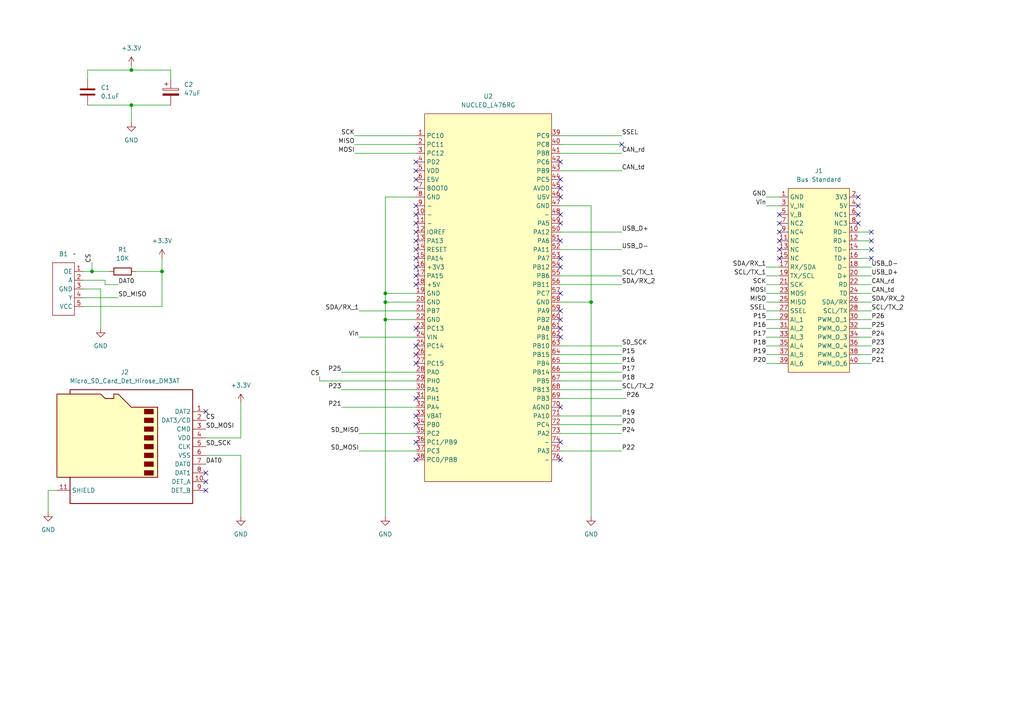
<source format=kicad_sch>
(kicad_sch (version 20230121) (generator eeschema)
  (paper "A4")
  (lib_symbols
    (symbol "Connector:Micro_SD_Card_Det_Hirose_DM3AT"
      (property "Reference" "J" (at -16.51 17.78 0))
      (property "Value" "Micro_SD_Card_Det_Hirose_DM3AT" (at 16.51 17.78 0))
      (symbol "Micro_SD_Card_Det_Hirose_DM3AT_0_1"
        (rectangle (start -7.62 -6.985) (end -5.08 -8.255) (stroke (width 0.254)) (fill (type outline)))
        (rectangle (start -7.62 -4.445) (end -5.08 -5.715) (stroke (width 0.254)) (fill (type outline)))
        (rectangle (start -7.62 -1.905) (end -5.08 -3.175) (stroke (width 0.254)) (fill (type outline)))
        (rectangle (start -7.62 0.635) (end -5.08 -0.635) (stroke (width 0.254)) (fill (type outline)))
        (rectangle (start -7.62 3.175) (end -5.08 1.905) (stroke (width 0.254)) (fill (type outline)))
        (rectangle (start -7.62 5.715) (end -5.08 4.445) (stroke (width 0.254)) (fill (type outline)))
        (rectangle (start -7.62 8.255) (end -5.08 6.985) (stroke (width 0.254)) (fill (type outline)))
        (rectangle (start -7.62 10.795) (end -5.08 9.525) (stroke (width 0.254)) (fill (type outline)))
        (polyline (pts (xy 16.51 15.24) (xy 16.51 16.51) (xy -19.05 16.51) (xy -19.05 -16.51) (xy 16.51 -16.51) (xy 16.51 -8.89)) (stroke (width 0.254)))
        (polyline (pts (xy -8.89 -8.89) (xy -8.89 11.43) (xy -1.27 11.43) (xy 2.54 15.24) (xy 3.81 15.24) (xy 3.81 13.97) (xy 6.35 13.97) (xy 7.62 15.24) (xy 20.32 15.24) (xy 20.32 -8.89) (xy -8.89 -8.89)) (stroke (width 0.254)) (fill (type background)))
      )
      (symbol "Micro_SD_Card_Det_Hirose_DM3AT_1_1"
        (pin bidirectional line (at -22.86 10.16 0) (length 3.81) (name "DAT2") (number "1"))
        (pin passive line (at -22.86 -10.16 0) (length 3.81) (name "DET_A") (number "10"))
        (pin passive line (at 20.32 -12.7 180) (length 3.81) (name "SHIELD") (number "11"))
        (pin bidirectional line (at -22.86 7.62 0) (length 3.81) (name "DAT3/CD") (number "2"))
        (pin input line (at -22.86 5.08 0) (length 3.81) (name "CMD") (number "3"))
        (pin power_in line (at -22.86 2.54 0) (length 3.81) (name "VDD") (number "4"))
        (pin input line (at -22.86 0 0) (length 3.81) (name "CLK") (number "5"))
        (pin power_in line (at -22.86 -2.54 0) (length 3.81) (name "VSS") (number "6"))
        (pin bidirectional line (at -22.86 -5.08 0) (length 3.81) (name "DAT0") (number "7"))
        (pin bidirectional line (at -22.86 -7.62 0) (length 3.81) (name "DAT1") (number "8"))
        (pin passive line (at -22.86 -12.7 0) (length 3.81) (name "DET_B") (number "9"))
      )
    )
    (symbol "Corecell_Intercon_Board:Flatsat_conn"
      (property "Reference" "J2" (at 8.89 7.62 0))
      (property "Value" "Bus Standard" (at 8.89 5.08 0))
      (symbol "Flatsat_conn_0_0"
        (pin unspecified line (at -2.54 0 0) (length 2.54) (name "GND") (number "1"))
        (pin unspecified line (at 20.32 -10.16 180) (length 2.54) (name "RD-") (number "10"))
        (pin unspecified line (at -2.54 -12.7 0) (length 2.54) (name "NC") (number "11"))
        (pin unspecified line (at 20.32 -12.7 180) (length 2.54) (name "RD+") (number "12"))
        (pin unspecified line (at -2.54 -15.24 0) (length 2.54) (name "NC") (number "13"))
        (pin unspecified line (at 20.32 -15.24 180) (length 2.54) (name "TD-") (number "14"))
        (pin unspecified line (at -2.54 -17.78 0) (length 2.54) (name "NC") (number "15"))
        (pin unspecified line (at 20.32 -17.78 180) (length 2.54) (name "TD+") (number "16"))
        (pin unspecified line (at -2.54 -20.32 0) (length 2.54) (name "RX/SDA") (number "17"))
        (pin unspecified line (at 20.32 -20.32 180) (length 2.54) (name "D-") (number "18"))
        (pin unspecified line (at -2.54 -22.86 0) (length 2.54) (name "TX/SCL") (number "19"))
        (pin unspecified line (at 20.32 0 180) (length 2.54) (name "3V3") (number "2"))
        (pin unspecified line (at 20.32 -22.86 180) (length 2.54) (name "D+") (number "20"))
        (pin unspecified line (at -2.54 -25.4 0) (length 2.54) (name "SCK") (number "21"))
        (pin unspecified line (at 20.32 -25.4 180) (length 2.54) (name "RD") (number "22"))
        (pin unspecified line (at -2.54 -27.94 0) (length 2.54) (name "MOSI") (number "23"))
        (pin unspecified line (at 20.32 -27.94 180) (length 2.54) (name "TD") (number "24"))
        (pin unspecified line (at -2.54 -30.48 0) (length 2.54) (name "MISO") (number "25"))
        (pin unspecified line (at 20.32 -30.48 180) (length 2.54) (name "SDA/RX") (number "26"))
        (pin unspecified line (at -2.54 -33.02 0) (length 2.54) (name "SSEL") (number "27"))
        (pin unspecified line (at 20.32 -33.02 180) (length 2.54) (name "SCL/TX") (number "28"))
        (pin unspecified line (at -2.54 -35.56 0) (length 2.54) (name "AI_1") (number "29"))
        (pin unspecified line (at -2.54 -2.54 0) (length 2.54) (name "V_IN") (number "3"))
        (pin unspecified line (at 20.32 -35.56 180) (length 2.54) (name "PWM_O_1") (number "30"))
        (pin unspecified line (at -2.54 -38.1 0) (length 2.54) (name "AI_2") (number "31"))
        (pin unspecified line (at 20.32 -38.1 180) (length 2.54) (name "PWM_O_2") (number "32"))
        (pin unspecified line (at -2.54 -40.64 0) (length 2.54) (name "AI_3") (number "33"))
        (pin unspecified line (at 20.32 -40.64 180) (length 2.54) (name "PWM_O_3") (number "34"))
        (pin unspecified line (at -2.54 -43.18 0) (length 2.54) (name "AI_4") (number "35"))
        (pin unspecified line (at 20.32 -43.18 180) (length 2.54) (name "PWM_O_4") (number "36"))
        (pin unspecified line (at -2.54 -45.72 0) (length 2.54) (name "AI_5") (number "37"))
        (pin unspecified line (at 20.32 -45.72 180) (length 2.54) (name "PWM_O_5") (number "38"))
        (pin unspecified line (at -2.54 -48.26 0) (length 2.54) (name "AI_6") (number "39"))
        (pin unspecified line (at 20.32 -2.54 180) (length 2.54) (name "5V") (number "4"))
        (pin unspecified line (at 20.32 -48.26 180) (length 2.54) (name "PWM_O_6") (number "40"))
        (pin unspecified line (at -2.54 -5.08 0) (length 2.54) (name "V_B") (number "5"))
        (pin unspecified line (at 20.32 -5.08 180) (length 2.54) (name "NC1") (number "6"))
        (pin unspecified line (at -2.54 -7.62 0) (length 2.54) (name "NC2") (number "7"))
        (pin unspecified line (at 20.32 -7.62 180) (length 2.54) (name "NC3") (number "8"))
        (pin unspecified line (at -2.54 -10.16 0) (length 2.54) (name "NC4") (number "9"))
      )
      (symbol "Flatsat_conn_0_1"
        (rectangle (start 0 2.54) (end 17.78 -50.8) (fill (type background)))
      )
    )
    (symbol "Device:C" (pin_numbers hide) (pin_names (offset 0.254))
      (property "Reference" "C" (at 0.635 2.54 0))
      (property "Value" "C" (at 0.635 -2.54 0))
      (symbol "C_0_1"
        (polyline (pts (xy -2.032 -0.762) (xy 2.032 -0.762)) (stroke (width 0.508)))
        (polyline (pts (xy -2.032 0.762) (xy 2.032 0.762)) (stroke (width 0.508)))
      )
      (symbol "C_1_1"
        (pin passive line (at 0 3.81 270) (length 2.794) (name "~") (number "1"))
        (pin passive line (at 0 -3.81 90) (length 2.794) (name "~") (number "2"))
      )
    )
    (symbol "Device:C_Polarized" (pin_numbers hide) (pin_names (offset 0.254))
      (property "Reference" "C" (at 0.635 2.54 0))
      (property "Value" "C_Polarized" (at 0.635 -2.54 0))
      (symbol "C_Polarized_0_1"
        (rectangle (start -2.286 0.508) (end 2.286 1.016))
        (polyline (pts (xy -1.778 2.286) (xy -0.762 2.286)))
        (polyline (pts (xy -1.27 2.794) (xy -1.27 1.778)))
        (rectangle (start 2.286 -0.508) (end -2.286 -1.016) (fill (type outline)))
      )
      (symbol "C_Polarized_1_1"
        (pin passive line (at 0 3.81 270) (length 2.794) (name "~") (number "1"))
        (pin passive line (at 0 -3.81 90) (length 2.794) (name "~") (number "2"))
      )
    )
    (symbol "Device:R" (pin_numbers hide) (pin_names (offset 0))
      (property "Reference" "R" (at 2.032 0 90))
      (property "Value" "R" (at 0 0 90))
      (symbol "R_0_1"
        (rectangle (start -1.016 -2.54) (end 1.016 2.54) (stroke (width 0.254)))
      )
      (symbol "R_1_1"
        (pin passive line (at 0 3.81 270) (length 1.27) (name "~") (number "1"))
        (pin passive line (at 0 -3.81 90) (length 1.27) (name "~") (number "2"))
      )
    )
    (symbol "NUCLEO_L476RG_1"
      (property "Reference" "U" (at -1.27 16.51 0))
      (property "Value" "NUCLEO_L476RG" (at -1.27 12.7 0))
      (symbol "NUCLEO_L476RG_1_0_0"
        (pin unspecified line (at -20.32 45.72 0) (length 2.54) (name "PC10") (number "1"))
        (pin unspecified line (at -20.32 22.86 0) (length 2.54) (name "-") (number "10"))
        (pin unspecified line (at -20.32 20.32 0) (length 2.54) (name "-") (number "11"))
        (pin unspecified line (at -20.32 17.78 0) (length 2.54) (name "IOREF") (number "12"))
        (pin unspecified line (at -20.32 15.24 0) (length 2.54) (name "PA13") (number "13"))
        (pin unspecified line (at -20.32 12.7 0) (length 2.54) (name "RESET") (number "14"))
        (pin unspecified line (at -20.32 10.16 0) (length 2.54) (name "PA14") (number "15"))
        (pin unspecified line (at -20.32 7.62 0) (length 2.54) (name "+3V3") (number "16"))
        (pin unspecified line (at -20.32 5.08 0) (length 2.54) (name "PA15") (number "17"))
        (pin unspecified line (at -20.32 2.54 0) (length 2.54) (name "+5V") (number "18"))
        (pin unspecified line (at -20.32 0 0) (length 2.54) (name "GND") (number "19"))
        (pin unspecified line (at -20.32 43.18 0) (length 2.54) (name "PC11") (number "2"))
        (pin unspecified line (at -20.32 -2.54 0) (length 2.54) (name "GND") (number "20"))
        (pin unspecified line (at -20.32 -5.08 0) (length 2.54) (name "PB7") (number "21"))
        (pin unspecified line (at -20.32 -7.62 0) (length 2.54) (name "GND") (number "22"))
        (pin unspecified line (at -20.32 -10.16 0) (length 2.54) (name "PC13") (number "23"))
        (pin unspecified line (at -20.32 -12.7 0) (length 2.54) (name "VIN") (number "24"))
        (pin unspecified line (at -20.32 -15.24 0) (length 2.54) (name "PC14") (number "25"))
        (pin unspecified line (at -20.32 -17.78 0) (length 2.54) (name "-") (number "26"))
        (pin unspecified line (at -20.32 -20.32 0) (length 2.54) (name "PC15") (number "27"))
        (pin unspecified line (at -20.32 -22.86 0) (length 2.54) (name "PA0") (number "28"))
        (pin unspecified line (at -20.32 -25.4 0) (length 2.54) (name "PH0") (number "29"))
        (pin unspecified line (at -20.32 40.64 0) (length 2.54) (name "PC12") (number "3"))
        (pin unspecified line (at -20.32 -27.94 0) (length 2.54) (name "PA1") (number "30"))
        (pin unspecified line (at -20.32 -30.48 0) (length 2.54) (name "PH1") (number "31"))
        (pin unspecified line (at -20.32 -33.02 0) (length 2.54) (name "PA4") (number "32"))
        (pin unspecified line (at -20.32 -38.1 0) (length 2.54) (name "PB0") (number "34"))
        (pin unspecified line (at -20.32 -40.64 0) (length 2.54) (name "PC2") (number "35"))
        (pin unspecified line (at -20.32 -43.18 0) (length 2.54) (name "PC1/PB9") (number "36"))
        (pin unspecified line (at -20.32 -45.72 0) (length 2.54) (name "PC3") (number "37"))
        (pin unspecified line (at -20.32 -48.26 0) (length 2.54) (name "PC0/PB8") (number "38"))
        (pin unspecified line (at 21.59 45.72 180) (length 2.54) (name "PC9") (number "39"))
        (pin unspecified line (at -20.32 38.1 0) (length 2.54) (name "PD2") (number "4"))
        (pin unspecified line (at 21.59 43.18 180) (length 2.54) (name "PC8") (number "40"))
        (pin unspecified line (at 21.59 40.64 180) (length 2.54) (name "PB8") (number "41"))
        (pin unspecified line (at 21.59 38.1 180) (length 2.54) (name "PC6") (number "42"))
        (pin unspecified line (at 21.59 35.56 180) (length 2.54) (name "PB9") (number "43"))
        (pin unspecified line (at 21.59 33.02 180) (length 2.54) (name "PC5") (number "44"))
        (pin unspecified line (at 21.59 30.48 180) (length 2.54) (name "AVDD") (number "45"))
        (pin unspecified line (at 21.59 27.94 180) (length 2.54) (name "U5V") (number "46"))
        (pin unspecified line (at 21.59 25.4 180) (length 2.54) (name "GND") (number "47"))
        (pin unspecified line (at 21.59 22.86 180) (length 2.54) (name "-") (number "48"))
        (pin unspecified line (at 21.59 20.32 180) (length 2.54) (name "PA5") (number "49"))
        (pin unspecified line (at -20.32 35.56 0) (length 2.54) (name "VDD") (number "5"))
        (pin unspecified line (at 21.59 17.78 180) (length 2.54) (name "PA12") (number "50"))
        (pin unspecified line (at 21.59 15.24 180) (length 2.54) (name "PA6") (number "51"))
        (pin unspecified line (at 21.59 12.7 180) (length 2.54) (name "PA11") (number "52"))
        (pin unspecified line (at 21.59 10.16 180) (length 2.54) (name "PA7") (number "53"))
        (pin unspecified line (at 21.59 7.62 180) (length 2.54) (name "PB12") (number "54"))
        (pin unspecified line (at 21.59 5.08 180) (length 2.54) (name "PB6") (number "55"))
        (pin unspecified line (at 21.59 2.54 180) (length 2.54) (name "PB11") (number "56"))
        (pin unspecified line (at 21.59 0 180) (length 2.54) (name "PC7") (number "57"))
        (pin unspecified line (at 21.59 -2.54 180) (length 2.54) (name "GND") (number "58"))
        (pin unspecified line (at 21.59 -5.08 180) (length 2.54) (name "PA9") (number "59"))
        (pin unspecified line (at -20.32 33.02 0) (length 2.54) (name "E5V") (number "6"))
        (pin unspecified line (at 21.59 -7.62 180) (length 2.54) (name "PB2") (number "60"))
        (pin unspecified line (at 21.59 -10.16 180) (length 2.54) (name "PA8") (number "61"))
        (pin unspecified line (at 21.59 -12.7 180) (length 2.54) (name "PB1") (number "62"))
        (pin unspecified line (at 21.59 -15.24 180) (length 2.54) (name "PB10") (number "63"))
        (pin unspecified line (at 21.59 -17.78 180) (length 2.54) (name "PB15") (number "64"))
        (pin unspecified line (at 21.59 -20.32 180) (length 2.54) (name "PB4") (number "65"))
        (pin unspecified line (at 21.59 -22.86 180) (length 2.54) (name "PB14") (number "66"))
        (pin unspecified line (at 21.59 -25.4 180) (length 2.54) (name "PB5") (number "67"))
        (pin unspecified line (at 21.59 -27.94 180) (length 2.54) (name "PB13") (number "68"))
        (pin unspecified line (at 21.59 -30.48 180) (length 2.54) (name "PB3") (number "69"))
        (pin unspecified line (at -20.32 30.48 0) (length 2.54) (name "BOOT0") (number "7"))
        (pin unspecified line (at 21.59 -33.02 180) (length 2.54) (name "AGND") (number "70"))
        (pin unspecified line (at 21.59 -35.56 180) (length 2.54) (name "PA10") (number "71"))
        (pin unspecified line (at 21.59 -38.1 180) (length 2.54) (name "PC4") (number "72"))
        (pin unspecified line (at 21.59 -40.64 180) (length 2.54) (name "PA2") (number "73"))
        (pin unspecified line (at 21.59 -43.18 180) (length 2.54) (name "-") (number "74"))
        (pin unspecified line (at 21.59 -45.72 180) (length 2.54) (name "PA3") (number "75"))
        (pin unspecified line (at 21.59 -48.26 180) (length 2.54) (name "-") (number "76"))
        (pin unspecified line (at -20.32 27.94 0) (length 2.54) (name "GND") (number "8"))
        (pin unspecified line (at -20.32 25.4 0) (length 2.54) (name "-") (number "9"))
      )
      (symbol "NUCLEO_L476RG_1_1_0"
        (pin unspecified line (at -20.32 -35.56 0) (length 2.54) (name "VBAT") (number "33"))
      )
      (symbol "NUCLEO_L476RG_1_1_1"
        (rectangle (start -17.78 52.07) (end 19.05 -54.61) (fill (type background)))
      )
    )
    (symbol "SN74AHC1:SN74AHC1"
      (property "Reference" "B" (at 3.81 1.27 0))
      (symbol "SN74AHC1_0_0"
        (pin unspecified line (at 8.89 -2.54 180) (length 2.54) (name "OE") (number "1"))
        (pin unspecified line (at 8.89 -5.08 180) (length 2.54) (name "A") (number "2"))
        (pin unspecified line (at 8.89 -7.62 180) (length 2.54) (name "GND") (number "3"))
        (pin unspecified line (at 8.89 -10.16 180) (length 2.54) (name "Y") (number "4"))
        (pin unspecified line (at 8.89 -12.7 180) (length 2.54) (name "VCC") (number "5"))
      )
      (symbol "SN74AHC1_0_1"
        (rectangle (start 0 0) (end 6.35 -15.24))
      )
    )
    (symbol "power:+3.3V" (power) (pin_names (offset 0))
      (property "Value" "+3.3V" (at 0 3.556 0))
      (symbol "+3.3V_0_1"
        (polyline (pts (xy -0.762 1.27) (xy 0 2.54)))
        (polyline (pts (xy 0 0) (xy 0 2.54)))
        (polyline (pts (xy 0 2.54) (xy 0.762 1.27)))
      )
      (symbol "+3.3V_1_1"
        (pin power_in line (at 0 0 90) (length 0) hide (name "+3.3V") (number "1"))
      )
    )
    (symbol "power:GND" (power) (pin_names (offset 0))
      (property "Value" "GND" (at 0 -3.81 0))
      (symbol "GND_0_1"
        (polyline (pts (xy 0 0) (xy 0 -1.27) (xy 1.27 -1.27) (xy 0 -2.54) (xy -1.27 -1.27) (xy 0 -1.27)))
      )
      (symbol "GND_1_1"
        (pin power_in line (at 0 0 270) (length 0) hide (name "GND") (number "1"))
      )
    )
  )
  (junction (at 111.76 92.71))
  (junction (at 171.45 87.63))
  (junction (at 46.99 78.74))
  (junction (at 26.67 78.74))
  (junction (at 111.76 85.09))
  (junction (at 111.76 87.63))
  (junction (at 38.1 30.48))
  (junction (at 38.1 20.32))
  (no_connect (at 162.56 92.71))
  (no_connect (at 226.06 74.93))
  (no_connect (at 120.65 59.69))
  (no_connect (at 120.65 128.27))
  (no_connect (at 162.56 133.35))
  (no_connect (at 59.69 119.38))
  (no_connect (at 120.65 62.23))
  (no_connect (at 162.56 85.09))
  (no_connect (at 180.34 41.91))
  (no_connect (at 162.56 118.11))
  (no_connect (at 59.69 137.16))
  (no_connect (at 59.69 139.7))
  (no_connect (at 162.56 62.23))
  (no_connect (at 162.56 97.79))
  (no_connect (at 226.06 72.39))
  (no_connect (at 120.65 82.55))
  (no_connect (at 120.65 80.01))
  (no_connect (at 120.65 105.41))
  (no_connect (at 252.73 67.31))
  (no_connect (at 162.56 77.47))
  (no_connect (at 162.56 52.07))
  (no_connect (at 120.65 69.85))
  (no_connect (at 226.06 62.23))
  (no_connect (at 226.06 64.77))
  (no_connect (at 120.65 120.65))
  (no_connect (at 252.73 72.39))
  (no_connect (at 248.92 59.69))
  (no_connect (at 120.65 72.39))
  (no_connect (at 120.65 54.61))
  (no_connect (at 120.65 74.93))
  (no_connect (at 120.65 102.87))
  (no_connect (at 248.92 64.77))
  (no_connect (at 162.56 64.77))
  (no_connect (at 248.92 57.15))
  (no_connect (at 162.56 54.61))
  (no_connect (at 120.65 95.25))
  (no_connect (at 120.65 49.53))
  (no_connect (at 226.06 67.31))
  (no_connect (at 120.65 115.57))
  (no_connect (at 162.56 128.27))
  (no_connect (at 162.56 95.25))
  (no_connect (at 120.65 46.99))
  (no_connect (at 162.56 46.99))
  (no_connect (at 59.69 142.24))
  (no_connect (at 252.73 74.93))
  (no_connect (at 162.56 57.15))
  (no_connect (at 252.73 69.85))
  (no_connect (at 120.65 67.31))
  (no_connect (at 162.56 69.85))
  (no_connect (at 162.56 74.93))
  (no_connect (at 120.65 100.33))
  (no_connect (at 120.65 52.07))
  (no_connect (at 162.56 90.17))
  (no_connect (at 226.06 69.85))
  (no_connect (at 120.65 133.35))
  (no_connect (at 120.65 123.19))
  (no_connect (at 120.65 77.47))
  (no_connect (at 120.65 64.77))
  (no_connect (at 248.92 62.23))
  (wire (pts (xy 38.1 19.05) (xy 38.1 20.32)))
  (wire (pts (xy 252.73 80.01) (xy 248.92 80.01)))
  (wire (pts (xy 252.73 97.79) (xy 248.92 97.79)))
  (wire (pts (xy 180.34 110.49) (xy 162.56 110.49)))
  (wire (pts (xy 49.53 20.32) (xy 49.53 22.86)))
  (wire (pts (xy 111.76 87.63) (xy 111.76 92.71)))
  (wire (pts (xy 111.76 85.09) (xy 111.76 87.63)))
  (wire (pts (xy 111.76 92.71) (xy 111.76 149.86)))
  (wire (pts (xy 252.73 77.47) (xy 248.92 77.47)))
  (wire (pts (xy 162.56 87.63) (xy 171.45 87.63)))
  (wire (pts (xy 24.13 88.9) (xy 46.99 88.9)))
  (wire (pts (xy 252.73 85.09) (xy 248.92 85.09)))
  (wire (pts (xy 252.73 100.33) (xy 248.92 100.33)))
  (wire (pts (xy 25.4 20.32) (xy 38.1 20.32)))
  (wire (pts (xy 252.73 92.71) (xy 248.92 92.71)))
  (wire (pts (xy 222.25 97.79) (xy 226.06 97.79)))
  (wire (pts (xy 222.25 57.15) (xy 226.06 57.15)))
  (wire (pts (xy 29.21 83.82) (xy 29.21 95.25)))
  (wire (pts (xy 102.87 44.45) (xy 120.65 44.45)))
  (wire (pts (xy 34.29 82.55) (xy 30.48 82.55)))
  (wire (pts (xy 24.13 86.36) (xy 34.29 86.36)))
  (wire (pts (xy 24.13 78.74) (xy 26.67 78.74)))
  (wire (pts (xy 252.73 69.85) (xy 248.92 69.85)))
  (wire (pts (xy 222.25 85.09) (xy 226.06 85.09)))
  (wire (pts (xy 252.73 90.17) (xy 248.92 90.17)))
  (wire (pts (xy 180.34 107.95) (xy 162.56 107.95)))
  (wire (pts (xy 104.14 125.73) (xy 120.65 125.73)))
  (wire (pts (xy 26.67 78.74) (xy 31.75 78.74)))
  (wire (pts (xy 222.25 87.63) (xy 226.06 87.63)))
  (wire (pts (xy 252.73 72.39) (xy 248.92 72.39)))
  (wire (pts (xy 162.56 59.69) (xy 171.45 59.69)))
  (wire (pts (xy 180.34 113.03) (xy 162.56 113.03)))
  (wire (pts (xy 13.97 142.24) (xy 13.97 148.59)))
  (wire (pts (xy 120.65 57.15) (xy 111.76 57.15)))
  (wire (pts (xy 111.76 85.09) (xy 120.65 85.09)))
  (wire (pts (xy 252.73 102.87) (xy 248.92 102.87)))
  (wire (pts (xy 162.56 125.73) (xy 180.34 125.73)))
  (wire (pts (xy 180.34 44.45) (xy 162.56 44.45)))
  (wire (pts (xy 99.06 113.03) (xy 120.65 113.03)))
  (wire (pts (xy 92.71 110.49) (xy 92.71 109.22)))
  (wire (pts (xy 59.69 127) (xy 69.85 127)))
  (wire (pts (xy 252.73 67.31) (xy 248.92 67.31)))
  (wire (pts (xy 102.87 41.91) (xy 120.65 41.91)))
  (wire (pts (xy 180.34 41.91) (xy 162.56 41.91)))
  (wire (pts (xy 120.65 110.49) (xy 92.71 110.49)))
  (wire (pts (xy 222.25 105.41) (xy 226.06 105.41)))
  (wire (pts (xy 171.45 59.69) (xy 171.45 87.63)))
  (wire (pts (xy 252.73 74.93) (xy 248.92 74.93)))
  (wire (pts (xy 69.85 132.08) (xy 69.85 149.86)))
  (wire (pts (xy 69.85 116.84) (xy 69.85 127)))
  (wire (pts (xy 180.34 67.31) (xy 162.56 67.31)))
  (wire (pts (xy 180.34 80.01) (xy 162.56 80.01)))
  (wire (pts (xy 102.87 39.37) (xy 120.65 39.37)))
  (wire (pts (xy 222.25 80.01) (xy 226.06 80.01)))
  (wire (pts (xy 16.51 142.24) (xy 13.97 142.24)))
  (wire (pts (xy 25.4 22.86) (xy 25.4 20.32)))
  (wire (pts (xy 180.34 105.41) (xy 162.56 105.41)))
  (wire (pts (xy 46.99 88.9) (xy 46.99 78.74)))
  (wire (pts (xy 180.34 72.39) (xy 162.56 72.39)))
  (wire (pts (xy 30.48 82.55) (xy 30.48 81.28)))
  (wire (pts (xy 24.13 83.82) (xy 29.21 83.82)))
  (wire (pts (xy 162.56 115.57) (xy 181.61 115.57)))
  (wire (pts (xy 162.56 49.53) (xy 180.34 49.53)))
  (wire (pts (xy 59.69 132.08) (xy 69.85 132.08)))
  (wire (pts (xy 99.06 107.95) (xy 120.65 107.95)))
  (wire (pts (xy 38.1 30.48) (xy 49.53 30.48)))
  (wire (pts (xy 30.48 81.28) (xy 24.13 81.28)))
  (wire (pts (xy 111.76 57.15) (xy 111.76 85.09)))
  (wire (pts (xy 104.14 90.17) (xy 120.65 90.17)))
  (wire (pts (xy 222.25 92.71) (xy 226.06 92.71)))
  (wire (pts (xy 180.34 123.19) (xy 162.56 123.19)))
  (wire (pts (xy 180.34 100.33) (xy 162.56 100.33)))
  (wire (pts (xy 38.1 30.48) (xy 38.1 35.56)))
  (wire (pts (xy 104.14 130.81) (xy 120.65 130.81)))
  (wire (pts (xy 104.14 97.79) (xy 120.65 97.79)))
  (wire (pts (xy 26.67 76.2) (xy 26.67 78.74)))
  (wire (pts (xy 252.73 105.41) (xy 248.92 105.41)))
  (wire (pts (xy 38.1 20.32) (xy 49.53 20.32)))
  (wire (pts (xy 222.25 77.47) (xy 226.06 77.47)))
  (wire (pts (xy 252.73 87.63) (xy 248.92 87.63)))
  (wire (pts (xy 180.34 120.65) (xy 162.56 120.65)))
  (wire (pts (xy 252.73 82.55) (xy 248.92 82.55)))
  (wire (pts (xy 180.34 130.81) (xy 162.56 130.81)))
  (wire (pts (xy 222.25 100.33) (xy 226.06 100.33)))
  (wire (pts (xy 171.45 87.63) (xy 171.45 149.86)))
  (wire (pts (xy 252.73 95.25) (xy 248.92 95.25)))
  (wire (pts (xy 180.34 82.55) (xy 162.56 82.55)))
  (wire (pts (xy 162.56 39.37) (xy 180.34 39.37)))
  (wire (pts (xy 222.25 82.55) (xy 226.06 82.55)))
  (wire (pts (xy 222.25 95.25) (xy 226.06 95.25)))
  (wire (pts (xy 25.4 30.48) (xy 38.1 30.48)))
  (wire (pts (xy 111.76 92.71) (xy 120.65 92.71)))
  (wire (pts (xy 222.25 90.17) (xy 226.06 90.17)))
  (wire (pts (xy 39.37 78.74) (xy 46.99 78.74)))
  (wire (pts (xy 180.34 102.87) (xy 162.56 102.87)))
  (wire (pts (xy 111.76 87.63) (xy 120.65 87.63)))
  (wire (pts (xy 222.25 102.87) (xy 226.06 102.87)))
  (wire (pts (xy 222.25 59.69) (xy 226.06 59.69)))
  (wire (pts (xy 46.99 74.93) (xy 46.99 78.74)))
  (wire (pts (xy 99.06 118.11) (xy 120.65 118.11)))
  (label "SD_MISO" (at 34.29 86.36 0))
  (label "SCL{slash}TX_1" (at 180.34 80.01 0))
  (label "MISO" (at 222.25 87.63 180))
  (label "P16" (at 180.34 105.41 0))
  (label "P21" (at 99.06 118.11 180))
  (label "P15" (at 180.34 102.87 0))
  (label "P22" (at 252.73 102.87 0))
  (label "P22" (at 180.34 130.81 0))
  (label "SCL{slash}TX_2" (at 252.73 90.17 0))
  (label "USB_D-" (at 180.34 72.39 0))
  (label "SCK" (at 222.25 82.55 180))
  (label "SCK" (at 102.87 39.37 180))
  (label "MISO" (at 102.87 41.91 180))
  (label "P23" (at 252.73 100.33 0))
  (label "P16" (at 222.25 95.25 180))
  (label "CS" (at 92.71 109.22 180))
  (label "P24" (at 180.34 125.73 0))
  (label "GND" (at 222.25 57.15 180))
  (label "P26" (at 252.73 92.71 0))
  (label "SD_SCK" (at 59.69 129.54 0))
  (label "DAT0" (at 59.69 134.62 0))
  (label "P15" (at 222.25 92.71 180))
  (label "SD_MISO" (at 104.14 125.73 180))
  (label "SDA{slash}RX_1" (at 222.25 77.47 180))
  (label "USB_D+" (at 180.34 67.31 0))
  (label "P17" (at 222.25 97.79 180))
  (label "SSEL" (at 222.25 90.17 180))
  (label "USB_D-" (at 252.73 77.47 0))
  (label "P21" (at 252.73 105.41 0))
  (label "P20" (at 180.34 123.19 0))
  (label "SD_MOSI" (at 104.14 130.81 180))
  (label "P20" (at 222.25 105.41 180))
  (label "SCL{slash}TX_2" (at 180.34 113.03 0))
  (label "P24" (at 252.73 97.79 0))
  (label "CS" (at 59.69 121.92 0))
  (label "CAN_td" (at 252.73 85.09 0))
  (label "DAT0" (at 34.29 82.55 0))
  (label "SD_SCK" (at 180.34 100.33 0))
  (label "CAN_rd" (at 252.73 82.55 0))
  (label "SDA{slash}RX_2" (at 180.34 82.55 0))
  (label "Vin" (at 104.14 97.79 180))
  (label "P19" (at 222.25 102.87 180))
  (label "CAN_rd" (at 180.34 44.45 0))
  (label "CS" (at 26.67 76.2 90))
  (label "MOSI" (at 222.25 85.09 180))
  (label "SSEL" (at 180.34 39.37 0))
  (label "SCL{slash}TX_1" (at 222.25 80.01 180))
  (label "P17" (at 180.34 107.95 0))
  (label "P23" (at 99.06 113.03 180))
  (label "Vin" (at 222.25 59.69 180))
  (label "P18" (at 222.25 100.33 180))
  (label "MOSI" (at 102.87 44.45 180))
  (label "CAN_td" (at 180.34 49.53 0))
  (label "P19" (at 180.34 120.65 0))
  (label "P18" (at 180.34 110.49 0))
  (label "P25" (at 252.73 95.25 0))
  (label "USB_D+" (at 252.73 80.01 0))
  (label "SDA{slash}RX_1" (at 104.14 90.17 180))
  (label "SD_MOSI" (at 59.69 124.46 0))
  (label "P25" (at 99.06 107.95 180))
  (label "P26" (at 181.61 115.57 0))
  (label "SDA{slash}RX_2" (at 252.73 87.63 0))
  (symbol (lib_id "Device:C_Polarized") (at 49.53 26.67 0) (unit 1)
    (property "Reference" "C2" (at 53.34 24.511 0) (effects (justify left)))
    (property "Value" "47uF" (at 53.34 27.051 0) (effects (justify left)))
    (property "Footprint" "Capacitor_Tantalum_SMD:CP_EIA-7343-31_Kemet-D" (effects hide))
  )
  (symbol (lib_id "power:GND") (at 111.76 149.86 0) (unit 1)
    (property "Reference" "#PWR06" (effects hide))
    (property "Value" "GND" (at 111.76 154.94 0))
  )
  (symbol (lib_id "Device:R") (at 35.56 78.74 90) (unit 1)
    (property "Reference" "R1" (at 35.56 72.39 90))
    (property "Value" "10K" (at 35.56 74.93 90))
    (property "Footprint" "Resistor_SMD:R_0805_2012Metric" (effects hide))
  )
  (symbol (lib_id "Corecell_Intercon_Board:Flatsat_conn") (at 228.6 57.15 0) (unit 1)
    (property "Reference" "J1" (at 237.49 49.53 0))
    (property "Value" "Bus Standard" (at 237.49 52.07 0))
    (property "Footprint" "flatsat_conn:flatsat_conn" (effects hide))
  )
  (symbol (lib_id "Connector:Micro_SD_Card_Det_Hirose_DM3AT") (at 36.83 129.54 0) (mirror y) (unit 1)
    (property "Reference" "J2" (at 36.195 107.95 0))
    (property "Value" "Micro_SD_Card_Det_Hirose_DM3AT" (at 36.195 110.49 0))
    (property "Footprint" "Connector_Card:microSD_HC_Hirose_DM3AT-SF-PEJM5" (effects hide))
    (property "Datasheet" "https://www.hirose.com/product/en/download_file/key_name/DM3/category/Catalog/doc_file_id/49662/?file_category_id=4&item_id=195&is_series=1" (effects hide))
  )
  (symbol (lib_id "power:GND") (at 69.85 149.86 0) (unit 1)
    (property "Reference" "#PWR04" (effects hide))
    (property "Value" "GND" (at 69.85 154.94 0))
  )
  (symbol (lib_id "SN74AHC1:SN74AHC1") (at 15.24 76.2 0) (unit 1)
    (property "Reference" "B1" (at 18.415 73.66 0))
    (property "Value" "~" (at 21.59 73.66 0))
    (property "Footprint" "Package_SO:TSOP-5_1.65x3.05mm_P0.95mm" (effects hide))
  )
  (symbol (lib_id "power:GND") (at 29.21 95.25 0) (unit 1)
    (property "Reference" "#PWR02" (effects hide))
    (property "Value" "GND" (at 29.21 100.33 0))
  )
  (symbol (lib_id "power:GND") (at 38.1 35.56 0) (unit 1)
    (property "Reference" "#PWR09" (effects hide))
    (property "Value" "GND" (at 38.1 40.64 0))
  )
  (symbol (lib_id "power:GND") (at 171.45 149.86 0) (unit 1)
    (property "Reference" "#PWR07" (effects hide))
    (property "Value" "GND" (at 171.45 154.94 0))
  )
  (symbol (lib_id "power:+3.3V") (at 69.85 116.84 0) (unit 1)
    (property "Reference" "#PWR03" (effects hide))
    (property "Value" "+3.3V" (at 69.85 111.76 0))
  )
  (symbol (lib_id "power:+3.3V") (at 38.1 19.05 0) (unit 1)
    (property "Reference" "#PWR08" (effects hide))
    (property "Value" "+3.3V" (at 38.1 13.97 0))
  )
  (symbol (lib_id "Device:C") (at 25.4 26.67 0) (unit 1)
    (property "Reference" "C1" (at 29.21 25.4 0) (effects (justify left)))
    (property "Value" "0.1uF" (at 29.21 27.94 0) (effects (justify left)))
    (property "Footprint" "Capacitor_SMD:C_0603_1608Metric" (effects hide))
  )
  (symbol (lib_id "power:+3.3V") (at 46.99 74.93 0) (unit 1)
    (property "Reference" "#PWR01" (effects hide))
    (property "Value" "+3.3V" (at 46.99 69.85 0))
  )
  (symbol (lib_id "power:GND") (at 13.97 148.59 0) (unit 1)
    (property "Reference" "#PWR05" (effects hide))
    (property "Value" "GND" (at 13.97 153.67 0))
  )
  (symbol (lib_name "NUCLEO_L476RG_1") (lib_id "L476RG:NUCLEO_L476RG") (at 140.97 85.09 0) (unit 1)
    (property "Reference" "U2" (at 141.605 27.94 0))
    (property "Value" "NUCLEO_L476RG" (at 141.605 30.48 0))
    (property "Footprint" "Nucleo:Nucleo64" (effects hide))
  )
)
</source>
